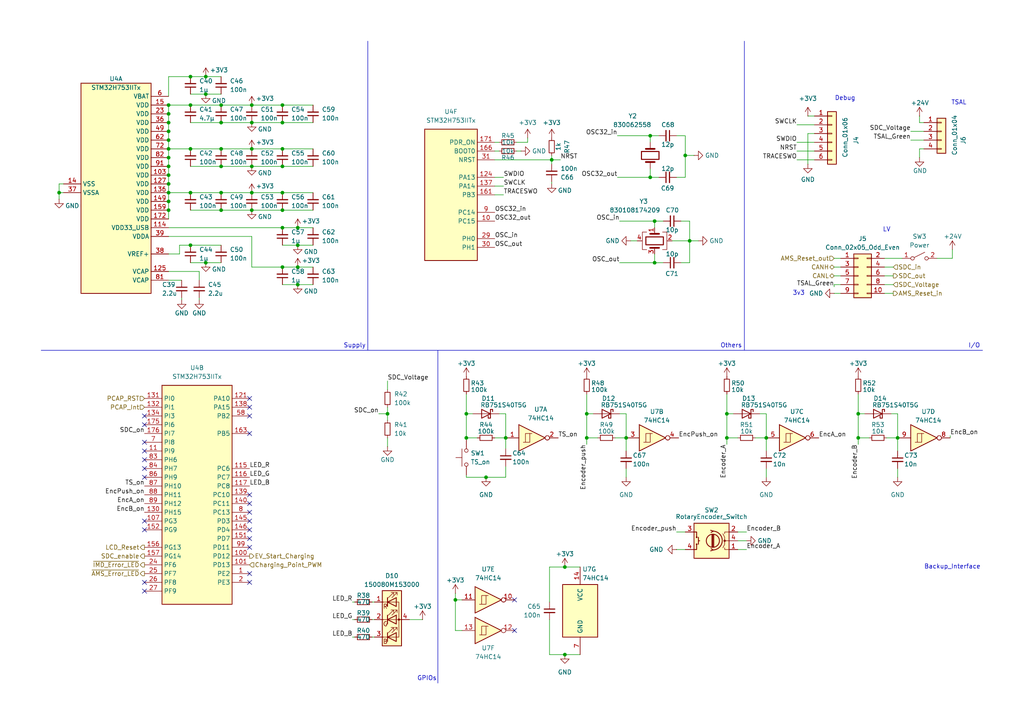
<source format=kicad_sch>
(kicad_sch
	(version 20250114)
	(generator "eeschema")
	(generator_version "9.0")
	(uuid "35b8a975-a1f8-4a47-8395-8e1ea283b386")
	(paper "A4")
	
	(text "Supply"
		(exclude_from_sim no)
		(at 102.87 100.33 0)
		(effects
			(font
				(size 1.27 1.27)
			)
		)
		(uuid "131e0615-657c-4f59-929d-0b7601842308")
	)
	(text "Backup_Interface"
		(exclude_from_sim no)
		(at 276.225 164.465 0)
		(effects
			(font
				(size 1.27 1.27)
			)
		)
		(uuid "15d77424-d13c-4f90-9f96-be8bf1adf8cc")
	)
	(text "3v3"
		(exclude_from_sim no)
		(at 229.87 85.09 0)
		(effects
			(font
				(size 1.27 1.27)
			)
			(justify left)
		)
		(uuid "364922e6-446e-413c-878a-bdcedb16435f")
	)
	(text "Debug"
		(exclude_from_sim no)
		(at 245.11 28.575 0)
		(effects
			(font
				(size 1.27 1.27)
			)
		)
		(uuid "79c5fecb-7e44-4b5c-b26a-b9a1ead8d6a7")
	)
	(text "GPIOs"
		(exclude_from_sim no)
		(at 123.825 196.85 0)
		(effects
			(font
				(size 1.27 1.27)
			)
		)
		(uuid "874e0f0d-b925-486e-858d-0f71e7baf11c")
	)
	(text "Others"
		(exclude_from_sim no)
		(at 212.09 100.33 0)
		(effects
			(font
				(size 1.27 1.27)
			)
		)
		(uuid "8c39beda-3239-4b4d-a394-cb66f7a7e4ef")
	)
	(text "LV"
		(exclude_from_sim no)
		(at 257.175 66.675 0)
		(effects
			(font
				(size 1.27 1.27)
			)
		)
		(uuid "8e72c987-571c-4fd1-98e2-d688bb9b9a23")
	)
	(text "TSAL"
		(exclude_from_sim no)
		(at 278.13 29.845 0)
		(effects
			(font
				(size 1.27 1.27)
			)
		)
		(uuid "b0e08e63-728e-465b-a9bb-a2354a70eaa5")
	)
	(text "I/O"
		(exclude_from_sim no)
		(at 282.575 100.33 0)
		(effects
			(font
				(size 1.27 1.27)
			)
		)
		(uuid "f89b8e88-7ad7-41ce-a0a0-f0fc435a26ef")
	)
	(junction
		(at 210.82 127)
		(diameter 0)
		(color 0 0 0 0)
		(uuid "03054f2e-9208-4716-83d7-1967059eae49")
	)
	(junction
		(at 170.18 120.015)
		(diameter 0)
		(color 0 0 0 0)
		(uuid "04edc9c4-6ba3-413b-80a1-5be3abfb178c")
	)
	(junction
		(at 48.895 58.42)
		(diameter 0)
		(color 0 0 0 0)
		(uuid "0639ff6d-0fa4-4a92-9101-ae69b2e89fd2")
	)
	(junction
		(at 135.255 127)
		(diameter 0)
		(color 0 0 0 0)
		(uuid "0da62957-c2c4-4942-91bd-ffb8d4251c5e")
	)
	(junction
		(at 59.69 22.225)
		(diameter 0)
		(color 0 0 0 0)
		(uuid "0fb52946-5285-4acc-80fc-8023aaa28b8f")
	)
	(junction
		(at 55.245 30.48)
		(diameter 0)
		(color 0 0 0 0)
		(uuid "1277a601-4d5f-42fb-a0c5-a1f18ba0016e")
	)
	(junction
		(at 260.35 127)
		(diameter 0)
		(color 0 0 0 0)
		(uuid "1ec9d057-6b69-4bff-b2f9-d0b216a47459")
	)
	(junction
		(at 181.61 127)
		(diameter 0)
		(color 0 0 0 0)
		(uuid "1fbd7fc5-8c6d-4ada-afcb-22c60ceb9e34")
	)
	(junction
		(at 132.08 173.99)
		(diameter 0)
		(color 0 0 0 0)
		(uuid "2372f2f0-8b6b-4ba0-8156-48184e2d7c4f")
	)
	(junction
		(at 163.83 164.465)
		(diameter 0)
		(color 0 0 0 0)
		(uuid "32af624e-2218-4443-87a1-2186e9d667d8")
	)
	(junction
		(at 248.92 120.015)
		(diameter 0)
		(color 0 0 0 0)
		(uuid "37d9dbe4-82b9-4615-805a-2f19a542c56e")
	)
	(junction
		(at 170.18 127)
		(diameter 0)
		(color 0 0 0 0)
		(uuid "384fafa7-2dc2-475f-b12a-20aa52e1d930")
	)
	(junction
		(at 112.395 120.015)
		(diameter 0)
		(color 0 0 0 0)
		(uuid "38d409b5-2312-4643-b1fc-fd0131fce598")
	)
	(junction
		(at 55.245 55.88)
		(diameter 0)
		(color 0 0 0 0)
		(uuid "3a44a5b6-35e6-477b-bf34-724cef99df7e")
	)
	(junction
		(at 48.895 30.48)
		(diameter 0)
		(color 0 0 0 0)
		(uuid "3b2e415b-e57a-4f5e-b680-987d6e0ee75d")
	)
	(junction
		(at 64.135 43.18)
		(diameter 0)
		(color 0 0 0 0)
		(uuid "412c5816-2822-46ca-a32f-61cb431bfe1e")
	)
	(junction
		(at 48.895 33.02)
		(diameter 0)
		(color 0 0 0 0)
		(uuid "430d2d22-0f07-45e6-a066-ebb18e98b45d")
	)
	(junction
		(at 81.915 77.47)
		(diameter 0)
		(color 0 0 0 0)
		(uuid "432f5d77-435d-4ec6-8d84-c3578eca972e")
	)
	(junction
		(at 73.025 48.26)
		(diameter 0)
		(color 0 0 0 0)
		(uuid "43f5a8a8-38be-4f74-81aa-71bbc42e5709")
	)
	(junction
		(at 248.92 127)
		(diameter 0)
		(color 0 0 0 0)
		(uuid "46587df5-c4cb-464f-b081-46b2e985f2df")
	)
	(junction
		(at 86.36 82.55)
		(diameter 0)
		(color 0 0 0 0)
		(uuid "4904ae19-57ee-4766-a793-026af6184969")
	)
	(junction
		(at 48.895 55.88)
		(diameter 0)
		(color 0 0 0 0)
		(uuid "4a33e8c1-b15f-4db0-b29d-1dd2148aad9a")
	)
	(junction
		(at 73.025 55.88)
		(diameter 0)
		(color 0 0 0 0)
		(uuid "4bd9b2ee-526d-4e54-8543-852c7a6f1074")
	)
	(junction
		(at 48.895 38.1)
		(diameter 0)
		(color 0 0 0 0)
		(uuid "4bef900f-dc66-42af-b560-e8cc8d6a6bce")
	)
	(junction
		(at 48.895 35.56)
		(diameter 0)
		(color 0 0 0 0)
		(uuid "4c2b925c-0792-420d-8f18-1f562d9b6ba2")
	)
	(junction
		(at 86.36 71.12)
		(diameter 0)
		(color 0 0 0 0)
		(uuid "4ff38491-b732-4bec-930a-4ca407ceb858")
	)
	(junction
		(at 198.755 45.085)
		(diameter 0)
		(color 0 0 0 0)
		(uuid "556ed635-fced-44e3-845c-f708c990d149")
	)
	(junction
		(at 163.83 189.865)
		(diameter 0)
		(color 0 0 0 0)
		(uuid "57546ade-761b-45ef-9890-daec7eb5d082")
	)
	(junction
		(at 81.915 66.04)
		(diameter 0)
		(color 0 0 0 0)
		(uuid "58f143f7-5a5b-4ff8-89cf-03a63964eb53")
	)
	(junction
		(at 189.865 64.135)
		(diameter 0)
		(color 0 0 0 0)
		(uuid "592f8bd9-4310-4fe4-b840-3718d5a08ff0")
	)
	(junction
		(at 73.025 35.56)
		(diameter 0)
		(color 0 0 0 0)
		(uuid "5a46c399-0f9f-4049-86b9-32bfb792b0a4")
	)
	(junction
		(at 55.245 22.225)
		(diameter 0)
		(color 0 0 0 0)
		(uuid "5ee7831a-b9cd-4699-8b90-ccd7a33a516a")
	)
	(junction
		(at 81.915 60.96)
		(diameter 0)
		(color 0 0 0 0)
		(uuid "62af3ba4-2380-4137-9c4c-8f703fa148db")
	)
	(junction
		(at 222.25 127)
		(diameter 0)
		(color 0 0 0 0)
		(uuid "68357784-7318-43f3-becd-152fcf669e7d")
	)
	(junction
		(at 73.025 30.48)
		(diameter 0)
		(color 0 0 0 0)
		(uuid "6b4ae941-68bd-4806-b564-6051c3e374f6")
	)
	(junction
		(at 48.895 45.72)
		(diameter 0)
		(color 0 0 0 0)
		(uuid "6e7d6e8b-008e-46f2-97bf-300e301fcdc5")
	)
	(junction
		(at 59.69 27.305)
		(diameter 0)
		(color 0 0 0 0)
		(uuid "84972f59-b0b8-441f-aae9-7917b0ac015f")
	)
	(junction
		(at 73.025 43.18)
		(diameter 0)
		(color 0 0 0 0)
		(uuid "84d185bd-171c-460f-91bf-66aa757880e7")
	)
	(junction
		(at 64.135 35.56)
		(diameter 0)
		(color 0 0 0 0)
		(uuid "8a3e42ba-433e-476e-bec8-923cd84f46fb")
	)
	(junction
		(at 48.895 50.8)
		(diameter 0)
		(color 0 0 0 0)
		(uuid "93864b3d-3224-4702-bf3d-2ed04340069c")
	)
	(junction
		(at 86.36 77.47)
		(diameter 0)
		(color 0 0 0 0)
		(uuid "9e0818cf-2913-43d0-81ad-5fd7c6a3ddb1")
	)
	(junction
		(at 140.97 138.43)
		(diameter 0)
		(color 0 0 0 0)
		(uuid "a2af58c6-5f1e-4b3e-b0c0-12a279005486")
	)
	(junction
		(at 64.135 48.26)
		(diameter 0)
		(color 0 0 0 0)
		(uuid "a8da62c7-b5b2-4a05-8568-ce944b258201")
	)
	(junction
		(at 189.865 76.2)
		(diameter 0)
		(color 0 0 0 0)
		(uuid "ac9f37a4-8446-4a5b-a6ff-9f608799a097")
	)
	(junction
		(at 48.895 48.26)
		(diameter 0)
		(color 0 0 0 0)
		(uuid "b510fd1a-117a-465f-a751-9a561bd2ac96")
	)
	(junction
		(at 48.895 40.64)
		(diameter 0)
		(color 0 0 0 0)
		(uuid "b530e2a2-741c-4c76-ace0-7d60e6d206ce")
	)
	(junction
		(at 135.255 120.015)
		(diameter 0)
		(color 0 0 0 0)
		(uuid "b5323042-cbc4-4c6d-8b55-da362d9db400")
	)
	(junction
		(at 81.915 55.88)
		(diameter 0)
		(color 0 0 0 0)
		(uuid "bca7b570-75fa-40a7-a5dd-b415eee9e6fa")
	)
	(junction
		(at 81.915 48.26)
		(diameter 0)
		(color 0 0 0 0)
		(uuid "bcf0274b-9b82-4ddd-b442-da13a9d22e46")
	)
	(junction
		(at 55.245 71.12)
		(diameter 0)
		(color 0 0 0 0)
		(uuid "bdeb1722-eb35-4647-a7e0-350ed2e01785")
	)
	(junction
		(at 200.025 69.85)
		(diameter 0)
		(color 0 0 0 0)
		(uuid "c2234057-b903-484a-a2e3-a32a8859901c")
	)
	(junction
		(at 73.025 60.96)
		(diameter 0)
		(color 0 0 0 0)
		(uuid "c55b6c0a-705b-4ad7-afc8-beda683bc62e")
	)
	(junction
		(at 55.245 43.18)
		(diameter 0)
		(color 0 0 0 0)
		(uuid "ced6b67c-b589-447b-b173-eb3d5278bd77")
	)
	(junction
		(at 86.36 66.04)
		(diameter 0)
		(color 0 0 0 0)
		(uuid "ceeeb9fd-c3cf-438c-9822-df85739f3524")
	)
	(junction
		(at 160.02 46.355)
		(diameter 0)
		(color 0 0 0 0)
		(uuid "d01fb329-49c1-4312-9a86-8c2522e92a75")
	)
	(junction
		(at 188.595 51.435)
		(diameter 0)
		(color 0 0 0 0)
		(uuid "d62f36d0-5342-483c-96b2-d979dd1cfd28")
	)
	(junction
		(at 188.595 39.37)
		(diameter 0)
		(color 0 0 0 0)
		(uuid "d7b6fc6c-855c-4ad5-b8db-ffb1631d4d8e")
	)
	(junction
		(at 17.145 55.88)
		(diameter 0)
		(color 0 0 0 0)
		(uuid "da4a391a-8756-4bbe-ad5d-6a5d7cc0698f")
	)
	(junction
		(at 59.69 76.2)
		(diameter 0)
		(color 0 0 0 0)
		(uuid "dc976682-daa7-427b-b632-e4e6f1b2f4a5")
	)
	(junction
		(at 146.685 127)
		(diameter 0)
		(color 0 0 0 0)
		(uuid "ddd035ed-81df-49e3-9245-82755440f4a5")
	)
	(junction
		(at 48.895 53.34)
		(diameter 0)
		(color 0 0 0 0)
		(uuid "e0d34c7c-a2c8-4d45-a4be-7edc074c7759")
	)
	(junction
		(at 210.82 120.015)
		(diameter 0)
		(color 0 0 0 0)
		(uuid "e28988d6-1ee7-4e20-9f02-35f81af9ff26")
	)
	(junction
		(at 81.915 30.48)
		(diameter 0)
		(color 0 0 0 0)
		(uuid "e6ae9a3e-d48c-4e18-9235-74fe81b4c978")
	)
	(junction
		(at 48.895 60.96)
		(diameter 0)
		(color 0 0 0 0)
		(uuid "eea696d1-0980-4f7d-9ba9-1ff3dcb2b606")
	)
	(junction
		(at 64.135 55.88)
		(diameter 0)
		(color 0 0 0 0)
		(uuid "f3f74bf6-10b1-4218-bfb6-61ef3118c054")
	)
	(junction
		(at 64.135 60.96)
		(diameter 0)
		(color 0 0 0 0)
		(uuid "f5150f2b-4683-49e5-a470-3066104142ee")
	)
	(junction
		(at 48.895 43.18)
		(diameter 0)
		(color 0 0 0 0)
		(uuid "f5abb69e-3023-40b6-8c88-ffed31815111")
	)
	(junction
		(at 64.135 30.48)
		(diameter 0)
		(color 0 0 0 0)
		(uuid "f71381d7-d154-4117-8ffa-0d9e641e8953")
	)
	(junction
		(at 81.915 43.18)
		(diameter 0)
		(color 0 0 0 0)
		(uuid "fa07ce36-60e8-4ebb-8b80-5cc0f863054d")
	)
	(junction
		(at 81.915 35.56)
		(diameter 0)
		(color 0 0 0 0)
		(uuid "fea021c6-6169-4cbd-bd9b-0c0e6e7bdfc0")
	)
	(no_connect
		(at 72.39 153.67)
		(uuid "0979849e-710e-47b6-86d7-e9c688b9aa11")
	)
	(no_connect
		(at 72.39 143.51)
		(uuid "13083978-a433-486d-9ce7-3968dc7190da")
	)
	(no_connect
		(at 41.91 123.19)
		(uuid "146ce1fc-bec7-4dc3-ab48-bc46d796fe51")
	)
	(no_connect
		(at 72.39 166.37)
		(uuid "184e0b37-2f9c-4056-97b4-ef1a017e4ee4")
	)
	(no_connect
		(at 41.91 168.91)
		(uuid "1ab33352-5df0-41d3-8a2b-70622302d93e")
	)
	(no_connect
		(at 72.39 168.91)
		(uuid "280c6123-36ed-4032-a8fb-23625e9cbf40")
	)
	(no_connect
		(at 149.225 182.88)
		(uuid "29403ca2-cc18-4015-b634-200487c369b9")
	)
	(no_connect
		(at 72.39 118.11)
		(uuid "3071b2a9-834c-4d88-bf39-2726c506937e")
	)
	(no_connect
		(at 72.39 156.21)
		(uuid "4f5fb956-ecd3-4e6a-b104-4f11672ec02d")
	)
	(no_connect
		(at 72.39 115.57)
		(uuid "554342c8-e8a6-401a-9844-51d2683b8c11")
	)
	(no_connect
		(at 72.39 148.59)
		(uuid "56d7413a-87a1-4ad6-8dbd-0da9468a8192")
	)
	(no_connect
		(at 41.91 153.67)
		(uuid "5cb0fac4-5588-43dd-a51e-c4f003bc7824")
	)
	(no_connect
		(at 41.91 171.45)
		(uuid "7e0e686d-2fb2-4695-9b96-f6d8257bde24")
	)
	(no_connect
		(at 149.225 173.99)
		(uuid "8cf95af1-9033-42fe-8297-3430137568f8")
	)
	(no_connect
		(at 72.39 146.05)
		(uuid "9c567fc2-914f-47ce-9a54-4d0e0f7c77a2")
	)
	(no_connect
		(at 72.39 125.73)
		(uuid "ae028c46-c4c0-44a8-ab15-5a3221e64571")
	)
	(no_connect
		(at 41.91 120.65)
		(uuid "bf91d5ab-3192-49f6-a0f3-cb8a4dc750a6")
	)
	(no_connect
		(at 41.91 138.43)
		(uuid "c17d3ccd-81ba-4fdd-af5d-4cffde13a405")
	)
	(no_connect
		(at 41.91 133.35)
		(uuid "c2dec42b-d8b6-4fba-8ad8-3058ad41867c")
	)
	(no_connect
		(at 41.91 130.81)
		(uuid "cb35255e-15c1-4414-bab0-36e7e6123437")
	)
	(no_connect
		(at 72.39 120.65)
		(uuid "cf225bd0-a812-4259-9c6d-76bce07b2df2")
	)
	(no_connect
		(at 41.91 135.89)
		(uuid "cf870591-39f4-4cb8-9b41-ec579bc32917")
	)
	(no_connect
		(at 41.91 151.13)
		(uuid "d187bd36-9147-40e9-9890-05ffb8be5838")
	)
	(no_connect
		(at 72.39 151.13)
		(uuid "d5239edf-0fe6-4ff8-9543-8df84bbc6dc6")
	)
	(no_connect
		(at 41.91 128.27)
		(uuid "d944d886-a214-438d-bf39-c2249697a1c3")
	)
	(no_connect
		(at 72.39 158.75)
		(uuid "e38f9f38-fab1-4a5d-8735-35ab6dacc3c2")
	)
	(wire
		(pts
			(xy 17.145 53.34) (xy 17.145 55.88)
		)
		(stroke
			(width 0)
			(type default)
		)
		(uuid "032e93c1-425f-4fcb-aba6-03ae1c74082b")
	)
	(wire
		(pts
			(xy 48.895 48.26) (xy 48.895 50.8)
		)
		(stroke
			(width 0)
			(type default)
		)
		(uuid "04debeef-549a-4c39-927b-69f1f0139e70")
	)
	(wire
		(pts
			(xy 102.235 184.785) (xy 102.87 184.785)
		)
		(stroke
			(width 0)
			(type default)
		)
		(uuid "05c2eb4c-a567-4a7b-9a8b-6cba89516905")
	)
	(wire
		(pts
			(xy 163.83 164.465) (xy 159.385 164.465)
		)
		(stroke
			(width 0)
			(type default)
		)
		(uuid "07a82d9a-9ca8-4d08-8726-f180541b7083")
	)
	(wire
		(pts
			(xy 81.915 82.55) (xy 86.36 82.55)
		)
		(stroke
			(width 0)
			(type default)
		)
		(uuid "0897e0f0-120b-400e-bb14-897e40e7b02d")
	)
	(wire
		(pts
			(xy 48.895 43.18) (xy 48.895 45.72)
		)
		(stroke
			(width 0)
			(type default)
		)
		(uuid "097118d6-edc8-4348-b70f-10344c435092")
	)
	(wire
		(pts
			(xy 276.225 74.93) (xy 271.78 74.93)
		)
		(stroke
			(width 0)
			(type default)
		)
		(uuid "0abfaed6-42e2-4ebd-ac06-07b93585aba9")
	)
	(wire
		(pts
			(xy 210.82 127) (xy 210.82 120.015)
		)
		(stroke
			(width 0)
			(type default)
		)
		(uuid "0acb257e-2494-4ba3-9e68-77f675c74b58")
	)
	(wire
		(pts
			(xy 132.08 173.99) (xy 133.985 173.99)
		)
		(stroke
			(width 0)
			(type default)
		)
		(uuid "0c12a21c-7010-4ff8-acfb-f02a5c09dbb8")
	)
	(wire
		(pts
			(xy 198.755 39.37) (xy 196.215 39.37)
		)
		(stroke
			(width 0)
			(type default)
		)
		(uuid "0f6e8366-0d81-4da7-9f30-62173a06d853")
	)
	(wire
		(pts
			(xy 179.07 51.435) (xy 188.595 51.435)
		)
		(stroke
			(width 0)
			(type default)
		)
		(uuid "0f761e8c-44a9-43ba-8303-ba52fba04da2")
	)
	(wire
		(pts
			(xy 81.915 30.48) (xy 90.805 30.48)
		)
		(stroke
			(width 0)
			(type default)
		)
		(uuid "0fa1f5e0-0ffe-4f7d-bf74-e541cdb35448")
	)
	(wire
		(pts
			(xy 55.245 27.305) (xy 59.69 27.305)
		)
		(stroke
			(width 0)
			(type default)
		)
		(uuid "104524c5-4e85-46bb-8fcf-6e42d9b60b65")
	)
	(wire
		(pts
			(xy 196.215 154.305) (xy 198.755 154.305)
		)
		(stroke
			(width 0)
			(type default)
		)
		(uuid "10bcdded-64db-4cbe-937c-70873d7cfb8e")
	)
	(wire
		(pts
			(xy 188.595 48.895) (xy 188.595 51.435)
		)
		(stroke
			(width 0)
			(type default)
		)
		(uuid "11e88f10-3504-432d-b8ed-d3a2e1236c08")
	)
	(wire
		(pts
			(xy 159.385 179.705) (xy 159.385 189.865)
		)
		(stroke
			(width 0)
			(type default)
		)
		(uuid "12993ed2-1dc1-4d0e-86ff-959c1d8c40f6")
	)
	(wire
		(pts
			(xy 191.135 39.37) (xy 188.595 39.37)
		)
		(stroke
			(width 0)
			(type default)
		)
		(uuid "13465972-5b15-4360-a8d8-10dafd7f715f")
	)
	(wire
		(pts
			(xy 48.895 78.74) (xy 57.785 78.74)
		)
		(stroke
			(width 0)
			(type default)
		)
		(uuid "148b4878-4176-450e-a5d5-e6bfe383516f")
	)
	(wire
		(pts
			(xy 276.225 72.39) (xy 276.225 74.93)
		)
		(stroke
			(width 0)
			(type default)
		)
		(uuid "149f6158-2d55-4904-9005-6a7af8f5b0bd")
	)
	(wire
		(pts
			(xy 48.895 68.58) (xy 73.025 68.58)
		)
		(stroke
			(width 0)
			(type default)
		)
		(uuid "17aaff2b-efe1-44db-8c2b-80df99259895")
	)
	(wire
		(pts
			(xy 266.7 45.72) (xy 266.7 43.18)
		)
		(stroke
			(width 0)
			(type default)
		)
		(uuid "17af4a42-5d6e-4b1d-a623-823e298f89ff")
	)
	(wire
		(pts
			(xy 248.92 127) (xy 248.92 120.015)
		)
		(stroke
			(width 0)
			(type default)
		)
		(uuid "189cc12e-17f9-4ac7-a5e3-046d825e6b14")
	)
	(wire
		(pts
			(xy 86.36 66.04) (xy 90.805 66.04)
		)
		(stroke
			(width 0)
			(type default)
		)
		(uuid "1a1d5fa7-6a93-453f-bf03-bdc034a2e77b")
	)
	(wire
		(pts
			(xy 81.915 55.88) (xy 90.805 55.88)
		)
		(stroke
			(width 0)
			(type default)
		)
		(uuid "1c4dff5e-c946-4edf-b17e-21144a60469e")
	)
	(wire
		(pts
			(xy 241.935 77.47) (xy 243.84 77.47)
		)
		(stroke
			(width 0)
			(type default)
		)
		(uuid "1d2e0e02-2515-4d66-aeb3-65162d89a3f4")
	)
	(wire
		(pts
			(xy 153.035 41.275) (xy 149.86 41.275)
		)
		(stroke
			(width 0)
			(type default)
		)
		(uuid "1f04f8da-308f-4d4b-b645-ba6a9e3ab5d0")
	)
	(wire
		(pts
			(xy 64.135 30.48) (xy 73.025 30.48)
		)
		(stroke
			(width 0)
			(type default)
		)
		(uuid "1faf3668-c96e-4421-a896-b7c77f08f668")
	)
	(wire
		(pts
			(xy 48.895 81.28) (xy 52.705 81.28)
		)
		(stroke
			(width 0)
			(type default)
		)
		(uuid "1ffb5664-1168-4c3c-85d6-4fdbdf0c4e6e")
	)
	(wire
		(pts
			(xy 264.16 38.1) (xy 267.97 38.1)
		)
		(stroke
			(width 0)
			(type default)
		)
		(uuid "24d23fd4-dde8-468b-82b9-b8390fc82a84")
	)
	(wire
		(pts
			(xy 135.255 120.015) (xy 135.255 114.3)
		)
		(stroke
			(width 0)
			(type default)
		)
		(uuid "24dd2109-d885-4f25-9b95-438c9c83cf53")
	)
	(wire
		(pts
			(xy 179.705 76.2) (xy 189.865 76.2)
		)
		(stroke
			(width 0)
			(type default)
		)
		(uuid "253dfb7b-e994-492e-9366-0b579cd2b921")
	)
	(wire
		(pts
			(xy 143.51 56.515) (xy 146.05 56.515)
		)
		(stroke
			(width 0)
			(type default)
		)
		(uuid "2648ca35-0d3b-41fc-a0c7-4426c47646af")
	)
	(wire
		(pts
			(xy 178.435 127) (xy 181.61 127)
		)
		(stroke
			(width 0)
			(type default)
		)
		(uuid "2648ed24-8d46-4019-81af-59cb3d3be6ef")
	)
	(wire
		(pts
			(xy 160.02 45.085) (xy 160.02 46.355)
		)
		(stroke
			(width 0)
			(type default)
		)
		(uuid "26c33951-823a-4537-8b37-6d067360a301")
	)
	(wire
		(pts
			(xy 181.61 127) (xy 181.61 130.81)
		)
		(stroke
			(width 0)
			(type default)
		)
		(uuid "2cdd5f51-0d96-4792-81bb-d51b64b09cb3")
	)
	(wire
		(pts
			(xy 48.895 22.225) (xy 55.245 22.225)
		)
		(stroke
			(width 0)
			(type default)
		)
		(uuid "309416c5-01a5-479d-b151-4aa15c679aae")
	)
	(wire
		(pts
			(xy 73.025 77.47) (xy 81.915 77.47)
		)
		(stroke
			(width 0)
			(type default)
		)
		(uuid "310b3c16-f636-42e3-92d9-8323bba36848")
	)
	(wire
		(pts
			(xy 64.135 35.56) (xy 73.025 35.56)
		)
		(stroke
			(width 0)
			(type default)
		)
		(uuid "330ea2aa-85e8-4ceb-99f4-7100f8ce0417")
	)
	(wire
		(pts
			(xy 160.02 46.355) (xy 162.56 46.355)
		)
		(stroke
			(width 0)
			(type default)
		)
		(uuid "347806f3-c012-4e14-b373-8933bd8734e0")
	)
	(wire
		(pts
			(xy 59.69 22.225) (xy 64.135 22.225)
		)
		(stroke
			(width 0)
			(type default)
		)
		(uuid "36718045-fcd1-41c9-be9f-27d2b1210fea")
	)
	(wire
		(pts
			(xy 64.135 55.88) (xy 73.025 55.88)
		)
		(stroke
			(width 0)
			(type default)
		)
		(uuid "36d2f170-42d7-42b6-bedf-1e807c2cdfa4")
	)
	(wire
		(pts
			(xy 132.08 182.88) (xy 133.985 182.88)
		)
		(stroke
			(width 0)
			(type default)
		)
		(uuid "37e53374-fbe2-4c94-9df6-af2d252aceb1")
	)
	(wire
		(pts
			(xy 212.725 120.015) (xy 210.82 120.015)
		)
		(stroke
			(width 0)
			(type default)
		)
		(uuid "3d2600c5-4b7c-4f1d-afa3-11b5c6dcb5c5")
	)
	(wire
		(pts
			(xy 48.895 40.64) (xy 48.895 43.18)
		)
		(stroke
			(width 0)
			(type default)
		)
		(uuid "3ef07bc0-0d1b-4958-a3ce-4224cfe09f5c")
	)
	(wire
		(pts
			(xy 143.51 43.815) (xy 144.78 43.815)
		)
		(stroke
			(width 0)
			(type default)
		)
		(uuid "403943a3-7606-4350-b9f9-7a83a426e950")
	)
	(wire
		(pts
			(xy 55.245 71.12) (xy 64.135 71.12)
		)
		(stroke
			(width 0)
			(type default)
		)
		(uuid "41a4017a-ed14-481c-94d2-358f975fdabf")
	)
	(wire
		(pts
			(xy 146.685 135.255) (xy 146.685 138.43)
		)
		(stroke
			(width 0)
			(type default)
		)
		(uuid "42a6c1c1-0bec-4a64-ba97-022485632b2c")
	)
	(wire
		(pts
			(xy 196.215 159.385) (xy 198.755 159.385)
		)
		(stroke
			(width 0)
			(type default)
		)
		(uuid "45efd4b5-380f-4cd4-904f-cf4fa9f9daec")
	)
	(wire
		(pts
			(xy 86.36 77.47) (xy 90.805 77.47)
		)
		(stroke
			(width 0)
			(type default)
		)
		(uuid "4744999c-668b-4ef7-aadc-3605c6b773bc")
	)
	(wire
		(pts
			(xy 181.61 120.015) (xy 179.705 120.015)
		)
		(stroke
			(width 0)
			(type default)
		)
		(uuid "49c65d79-8bc2-442d-ab86-201154fc87cc")
	)
	(wire
		(pts
			(xy 241.935 82.55) (xy 243.84 82.55)
		)
		(stroke
			(width 0)
			(type default)
		)
		(uuid "4a8c75fc-97c8-4a4c-ae30-d2dd3740701b")
	)
	(wire
		(pts
			(xy 81.915 66.04) (xy 86.36 66.04)
		)
		(stroke
			(width 0)
			(type default)
		)
		(uuid "4b920d01-933a-491c-99e7-03b14beb823a")
	)
	(wire
		(pts
			(xy 18.415 55.88) (xy 17.145 55.88)
		)
		(stroke
			(width 0)
			(type default)
		)
		(uuid "4d5c3bc0-56ca-42fc-9e4b-f425c7170797")
	)
	(wire
		(pts
			(xy 52.07 73.66) (xy 52.07 71.12)
		)
		(stroke
			(width 0)
			(type default)
		)
		(uuid "50907a1c-ae3b-4cb2-8b1f-a2bbd698e6e7")
	)
	(wire
		(pts
			(xy 198.755 45.085) (xy 198.755 39.37)
		)
		(stroke
			(width 0)
			(type default)
		)
		(uuid "50b98742-cad0-4c19-a7a0-a62a29ac5fcc")
	)
	(wire
		(pts
			(xy 222.25 120.015) (xy 220.345 120.015)
		)
		(stroke
			(width 0)
			(type default)
		)
		(uuid "5191c369-027d-4092-b2b8-93d2603c665e")
	)
	(wire
		(pts
			(xy 260.35 135.89) (xy 260.35 138.43)
		)
		(stroke
			(width 0)
			(type default)
		)
		(uuid "5248ae66-747b-402d-b1e1-3923ddbceb53")
	)
	(wire
		(pts
			(xy 112.395 129.54) (xy 112.395 127)
		)
		(stroke
			(width 0)
			(type default)
		)
		(uuid "55392592-7026-4f7e-ac69-d16b34d6c332")
	)
	(wire
		(pts
			(xy 192.405 64.135) (xy 189.865 64.135)
		)
		(stroke
			(width 0)
			(type default)
		)
		(uuid "555e9d66-742b-4eec-a060-e02888a73929")
	)
	(wire
		(pts
			(xy 146.685 127) (xy 146.685 120.015)
		)
		(stroke
			(width 0)
			(type default)
		)
		(uuid "55cfb840-558a-4935-83f9-4eb19eacb4b8")
	)
	(wire
		(pts
			(xy 143.51 51.435) (xy 146.05 51.435)
		)
		(stroke
			(width 0)
			(type default)
		)
		(uuid "57d04a43-6d2e-4867-91ea-a8b774abf2a0")
	)
	(wire
		(pts
			(xy 189.865 64.135) (xy 189.865 66.04)
		)
		(stroke
			(width 0)
			(type default)
		)
		(uuid "5a7fb71b-fa03-4ad2-9d6d-61e0ee9e0398")
	)
	(wire
		(pts
			(xy 59.69 76.2) (xy 64.135 76.2)
		)
		(stroke
			(width 0)
			(type default)
		)
		(uuid "5aff9e20-a3fa-44e2-b265-1bacc7296e59")
	)
	(polyline
		(pts
			(xy 215.9 11.938) (xy 215.9 101.6)
		)
		(stroke
			(width 0)
			(type default)
		)
		(uuid "5d5a5bf6-27d1-48b9-96a5-b3ec58aa8e29")
	)
	(wire
		(pts
			(xy 160.02 47.625) (xy 160.02 46.355)
		)
		(stroke
			(width 0)
			(type default)
		)
		(uuid "60b71a6b-1157-4946-bc97-0a3329be562e")
	)
	(wire
		(pts
			(xy 163.83 189.865) (xy 168.275 189.865)
		)
		(stroke
			(width 0)
			(type default)
		)
		(uuid "6135ec72-54f1-443e-a5b5-c37342bd387e")
	)
	(wire
		(pts
			(xy 107.95 179.705) (xy 108.585 179.705)
		)
		(stroke
			(width 0)
			(type default)
		)
		(uuid "62b842d4-cccf-48c1-93fb-672495a4281c")
	)
	(wire
		(pts
			(xy 73.025 30.48) (xy 81.915 30.48)
		)
		(stroke
			(width 0)
			(type default)
		)
		(uuid "6303d52b-100d-46f3-a928-30836b82f1cc")
	)
	(wire
		(pts
			(xy 81.915 48.26) (xy 90.805 48.26)
		)
		(stroke
			(width 0)
			(type default)
		)
		(uuid "6396b971-f44f-406f-9e4e-0613cb6bf000")
	)
	(wire
		(pts
			(xy 135.255 127.635) (xy 135.255 127)
		)
		(stroke
			(width 0)
			(type default)
		)
		(uuid "64e3a189-c1ad-459d-995d-a0035f523f27")
	)
	(wire
		(pts
			(xy 112.395 120.015) (xy 109.855 120.015)
		)
		(stroke
			(width 0)
			(type default)
		)
		(uuid "6625ace8-7df0-49fe-be18-552f69797353")
	)
	(wire
		(pts
			(xy 55.245 35.56) (xy 64.135 35.56)
		)
		(stroke
			(width 0)
			(type default)
		)
		(uuid "6806237e-7ade-4701-8b03-154f1dcd585d")
	)
	(wire
		(pts
			(xy 48.895 55.88) (xy 48.895 58.42)
		)
		(stroke
			(width 0)
			(type default)
		)
		(uuid "6a586c9f-68a8-4812-82a9-a5e31d2a3515")
	)
	(wire
		(pts
			(xy 170.18 127) (xy 170.18 120.015)
		)
		(stroke
			(width 0)
			(type default)
		)
		(uuid "6be6246e-4199-4714-be23-b158dcd26c83")
	)
	(wire
		(pts
			(xy 170.18 120.015) (xy 170.18 114.3)
		)
		(stroke
			(width 0)
			(type default)
		)
		(uuid "6d08ff60-dd10-45f6-8a05-095ee98a5730")
	)
	(wire
		(pts
			(xy 118.745 179.705) (xy 122.555 179.705)
		)
		(stroke
			(width 0)
			(type default)
		)
		(uuid "6d45df03-d4db-468d-b940-85424d61490f")
	)
	(wire
		(pts
			(xy 153.035 40.005) (xy 153.035 41.275)
		)
		(stroke
			(width 0)
			(type default)
		)
		(uuid "6d4f3bce-43e5-4382-80fd-e1bf727cadaf")
	)
	(wire
		(pts
			(xy 264.16 40.64) (xy 267.97 40.64)
		)
		(stroke
			(width 0)
			(type default)
		)
		(uuid "6e4c3d8c-0039-454c-9ed5-ebed97a25dfd")
	)
	(wire
		(pts
			(xy 200.025 76.2) (xy 200.025 69.85)
		)
		(stroke
			(width 0)
			(type default)
		)
		(uuid "6e65cf2f-79a8-42d3-a1d9-dc3348bdfd63")
	)
	(wire
		(pts
			(xy 260.35 127) (xy 260.35 130.81)
		)
		(stroke
			(width 0)
			(type default)
		)
		(uuid "6ef6778b-bc85-4d70-ac90-14af113f39b0")
	)
	(wire
		(pts
			(xy 234.315 38.735) (xy 236.22 38.735)
		)
		(stroke
			(width 0)
			(type default)
		)
		(uuid "6f73b510-add9-447a-a656-606690f47875")
	)
	(wire
		(pts
			(xy 189.865 76.2) (xy 192.405 76.2)
		)
		(stroke
			(width 0)
			(type default)
		)
		(uuid "703d9349-c8a4-4a59-8d3d-5b12a6be4b90")
	)
	(wire
		(pts
			(xy 181.61 135.89) (xy 181.61 138.43)
		)
		(stroke
			(width 0)
			(type default)
		)
		(uuid "72e34599-0c42-46a0-9c0b-77a570bf18de")
	)
	(wire
		(pts
			(xy 52.07 71.12) (xy 55.245 71.12)
		)
		(stroke
			(width 0)
			(type default)
		)
		(uuid "73b6ecd5-6c6d-4016-bd27-0a2d8d9f1dcb")
	)
	(wire
		(pts
			(xy 222.25 135.89) (xy 222.25 138.43)
		)
		(stroke
			(width 0)
			(type default)
		)
		(uuid "758d34b8-5e0c-4d3e-a8e7-0bf6f0655aa8")
	)
	(wire
		(pts
			(xy 81.915 77.47) (xy 86.36 77.47)
		)
		(stroke
			(width 0)
			(type default)
		)
		(uuid "75c1b770-6d91-48ed-b5bb-2a7474ec1302")
	)
	(wire
		(pts
			(xy 248.92 120.015) (xy 248.92 114.3)
		)
		(stroke
			(width 0)
			(type default)
		)
		(uuid "75c4b408-7bb5-4316-be8b-144dfb3a0679")
	)
	(wire
		(pts
			(xy 81.915 35.56) (xy 90.805 35.56)
		)
		(stroke
			(width 0)
			(type default)
		)
		(uuid "79b4f1a0-ad3e-42ad-8d4d-96fdacee2d98")
	)
	(wire
		(pts
			(xy 222.25 127) (xy 222.25 120.015)
		)
		(stroke
			(width 0)
			(type default)
		)
		(uuid "7a70a435-d0a5-4728-9fe3-488b103c0ff1")
	)
	(wire
		(pts
			(xy 48.895 73.66) (xy 52.07 73.66)
		)
		(stroke
			(width 0)
			(type default)
		)
		(uuid "7af938fc-d107-4e8b-b420-77fc02771c52")
	)
	(wire
		(pts
			(xy 275.59 127) (xy 275.59 126.365)
		)
		(stroke
			(width 0)
			(type default)
		)
		(uuid "7f725b4f-659d-48ef-a319-985a2cbfb908")
	)
	(wire
		(pts
			(xy 219.075 127) (xy 222.25 127)
		)
		(stroke
			(width 0)
			(type default)
		)
		(uuid "839b782e-28ab-428d-b1be-7822af7b71cb")
	)
	(wire
		(pts
			(xy 179.705 64.135) (xy 189.865 64.135)
		)
		(stroke
			(width 0)
			(type default)
		)
		(uuid "83a55d68-4ab7-4179-9354-0c5cc77b1c73")
	)
	(wire
		(pts
			(xy 64.135 48.26) (xy 73.025 48.26)
		)
		(stroke
			(width 0)
			(type default)
		)
		(uuid "84e3fdd0-3727-441e-a756-9e0c64b0f45f")
	)
	(polyline
		(pts
			(xy 106.68 11.938) (xy 106.68 101.6)
		)
		(stroke
			(width 0)
			(type default)
		)
		(uuid "84f38b85-0f5d-4a4b-80bb-696a14d4aafa")
	)
	(wire
		(pts
			(xy 140.97 138.43) (xy 146.685 138.43)
		)
		(stroke
			(width 0)
			(type default)
		)
		(uuid "86313ec9-c45c-40da-8b43-e3bfab508203")
	)
	(wire
		(pts
			(xy 248.92 127) (xy 252.095 127)
		)
		(stroke
			(width 0)
			(type default)
		)
		(uuid "86947a20-bfbb-470f-ade3-d9f6007b69ac")
	)
	(wire
		(pts
			(xy 143.51 53.975) (xy 146.05 53.975)
		)
		(stroke
			(width 0)
			(type default)
		)
		(uuid "88b8f5b6-3715-41e0-a3a8-0d0e3a6c1e02")
	)
	(wire
		(pts
			(xy 168.275 164.465) (xy 163.83 164.465)
		)
		(stroke
			(width 0)
			(type default)
		)
		(uuid "89e32d00-bc94-4885-82e0-5dd30728688e")
	)
	(wire
		(pts
			(xy 48.895 66.04) (xy 81.915 66.04)
		)
		(stroke
			(width 0)
			(type default)
		)
		(uuid "8b6d86c8-a76b-4172-a3e3-318a9ff50aa3")
	)
	(polyline
		(pts
			(xy 127 101.6) (xy 127 198.12)
		)
		(stroke
			(width 0)
			(type default)
		)
		(uuid "8bcf0b4a-6f01-4a5f-b0f5-c84531e850c3")
	)
	(wire
		(pts
			(xy 260.35 120.015) (xy 258.445 120.015)
		)
		(stroke
			(width 0)
			(type default)
		)
		(uuid "8c19e9ff-e4ef-4483-a680-8e6b2961edcb")
	)
	(wire
		(pts
			(xy 210.82 127) (xy 213.995 127)
		)
		(stroke
			(width 0)
			(type default)
		)
		(uuid "8c3414c8-1f18-4d52-9d18-92efb010e968")
	)
	(wire
		(pts
			(xy 102.235 174.625) (xy 102.87 174.625)
		)
		(stroke
			(width 0)
			(type default)
		)
		(uuid "8ebbf762-fbce-49fe-bfeb-dcdacafb24c4")
	)
	(wire
		(pts
			(xy 231.14 41.275) (xy 236.22 41.275)
		)
		(stroke
			(width 0)
			(type default)
		)
		(uuid "9010c615-b8dc-48be-91ed-68e32181e1d7")
	)
	(wire
		(pts
			(xy 189.865 73.66) (xy 189.865 76.2)
		)
		(stroke
			(width 0)
			(type default)
		)
		(uuid "901b9b2d-ac73-44b7-895b-ec05897b6639")
	)
	(wire
		(pts
			(xy 200.025 69.85) (xy 202.565 69.85)
		)
		(stroke
			(width 0)
			(type default)
		)
		(uuid "9093e411-b067-4966-8fa8-328292f3ebea")
	)
	(wire
		(pts
			(xy 48.895 53.34) (xy 48.895 55.88)
		)
		(stroke
			(width 0)
			(type default)
		)
		(uuid "90b8ebde-31c8-4847-a287-5f7fd9675ba3")
	)
	(wire
		(pts
			(xy 243.84 85.09) (xy 241.935 85.09)
		)
		(stroke
			(width 0)
			(type default)
		)
		(uuid "91741062-b740-4586-b9f4-922451ae440c")
	)
	(wire
		(pts
			(xy 170.18 128.905) (xy 170.18 127)
		)
		(stroke
			(width 0)
			(type default)
		)
		(uuid "964c4c95-0edc-42d0-810d-ad4479439d49")
	)
	(wire
		(pts
			(xy 86.36 71.12) (xy 90.805 71.12)
		)
		(stroke
			(width 0)
			(type default)
		)
		(uuid "973662df-2e27-4c95-a259-713a9d128e46")
	)
	(wire
		(pts
			(xy 159.385 164.465) (xy 159.385 174.625)
		)
		(stroke
			(width 0)
			(type default)
		)
		(uuid "978df144-cdde-4d69-8b01-c4fe7024360a")
	)
	(wire
		(pts
			(xy 188.595 51.435) (xy 191.135 51.435)
		)
		(stroke
			(width 0)
			(type default)
		)
		(uuid "97ede80a-b5b1-4149-b441-4a9a24261021")
	)
	(wire
		(pts
			(xy 17.145 55.88) (xy 17.145 57.785)
		)
		(stroke
			(width 0)
			(type default)
		)
		(uuid "98d5f97d-76ee-4339-9fcb-0aad1bffdd91")
	)
	(wire
		(pts
			(xy 266.7 33.655) (xy 266.7 35.56)
		)
		(stroke
			(width 0)
			(type default)
		)
		(uuid "9b45f6d1-d5f6-49df-b13f-a61d564c7e69")
	)
	(wire
		(pts
			(xy 200.025 69.85) (xy 194.945 69.85)
		)
		(stroke
			(width 0)
			(type default)
		)
		(uuid "9cc1ff3f-cefe-4a7e-b237-e926d6edbe05")
	)
	(wire
		(pts
			(xy 266.7 35.56) (xy 267.97 35.56)
		)
		(stroke
			(width 0)
			(type default)
		)
		(uuid "9d514266-0ddd-4350-a00d-f23dcaf52f6f")
	)
	(wire
		(pts
			(xy 241.935 83.185) (xy 241.935 82.55)
		)
		(stroke
			(width 0)
			(type default)
		)
		(uuid "9f544dbe-c4bf-4ea9-ae26-92987485c5f5")
	)
	(wire
		(pts
			(xy 48.895 45.72) (xy 48.895 48.26)
		)
		(stroke
			(width 0)
			(type default)
		)
		(uuid "9f9ae461-b89c-4786-9861-dda1960da6f7")
	)
	(wire
		(pts
			(xy 55.245 22.225) (xy 59.69 22.225)
		)
		(stroke
			(width 0)
			(type default)
		)
		(uuid "a10ab475-065e-44da-aa1e-4acd1b79678e")
	)
	(wire
		(pts
			(xy 73.025 60.96) (xy 81.915 60.96)
		)
		(stroke
			(width 0)
			(type default)
		)
		(uuid "a1794c33-030e-4353-b243-ecbb43184f8d")
	)
	(wire
		(pts
			(xy 146.685 127) (xy 146.685 130.175)
		)
		(stroke
			(width 0)
			(type default)
		)
		(uuid "a492a2d2-690f-48ce-8b67-44ff70ef9cd0")
	)
	(wire
		(pts
			(xy 81.915 71.12) (xy 86.36 71.12)
		)
		(stroke
			(width 0)
			(type default)
		)
		(uuid "a5b56033-b81b-415f-a7ab-e84f87f8230e")
	)
	(wire
		(pts
			(xy 200.025 69.85) (xy 200.025 64.135)
		)
		(stroke
			(width 0)
			(type default)
		)
		(uuid "a5ffdd7d-d73d-4f19-a48a-67b6dccc47b4")
	)
	(wire
		(pts
			(xy 112.395 113.03) (xy 112.395 110.49)
		)
		(stroke
			(width 0)
			(type default)
		)
		(uuid "a718020f-1fd0-4ca7-bf42-8f95f5bffabc")
	)
	(wire
		(pts
			(xy 143.51 46.355) (xy 160.02 46.355)
		)
		(stroke
			(width 0)
			(type default)
		)
		(uuid "a7538366-43ba-4f57-a90e-c52e3d942daa")
	)
	(wire
		(pts
			(xy 135.255 138.43) (xy 135.255 137.795)
		)
		(stroke
			(width 0)
			(type default)
		)
		(uuid "a87a4e21-be8f-4c97-aa39-590f7357b5aa")
	)
	(wire
		(pts
			(xy 55.245 30.48) (xy 64.135 30.48)
		)
		(stroke
			(width 0)
			(type default)
		)
		(uuid "a904c53b-8e3e-4bc5-a27f-7383e8f2953d")
	)
	(wire
		(pts
			(xy 260.35 127) (xy 260.35 120.015)
		)
		(stroke
			(width 0)
			(type default)
		)
		(uuid "a9068bf5-f10c-47f0-993f-76eee5b0d4a3")
	)
	(wire
		(pts
			(xy 256.54 74.93) (xy 261.62 74.93)
		)
		(stroke
			(width 0)
			(type default)
		)
		(uuid "aa32e37b-0a16-4d8d-9d0d-b8b5ce96dcc7")
	)
	(wire
		(pts
			(xy 248.92 128.905) (xy 248.92 127)
		)
		(stroke
			(width 0)
			(type default)
		)
		(uuid "abc310cb-857c-4753-b28e-44fa907af802")
	)
	(wire
		(pts
			(xy 73.025 35.56) (xy 81.915 35.56)
		)
		(stroke
			(width 0)
			(type default)
		)
		(uuid "abd2ae2c-7f6e-41ad-b5a6-a31e8ed94f3d")
	)
	(wire
		(pts
			(xy 170.18 127) (xy 173.355 127)
		)
		(stroke
			(width 0)
			(type default)
		)
		(uuid "ac89e3fd-dd43-4a14-8ceb-8cbdca514b96")
	)
	(wire
		(pts
			(xy 55.245 55.88) (xy 64.135 55.88)
		)
		(stroke
			(width 0)
			(type default)
		)
		(uuid "ae0acb81-b15c-450b-a2ac-387ea9ab04b3")
	)
	(wire
		(pts
			(xy 48.895 43.18) (xy 55.245 43.18)
		)
		(stroke
			(width 0)
			(type default)
		)
		(uuid "aff8a17b-3015-4cf1-8e0d-8ef617a730ba")
	)
	(wire
		(pts
			(xy 198.755 45.085) (xy 201.295 45.085)
		)
		(stroke
			(width 0)
			(type default)
		)
		(uuid "b02cc84c-3b43-429e-8e86-e6e1d1ce361b")
	)
	(wire
		(pts
			(xy 48.895 30.48) (xy 48.895 33.02)
		)
		(stroke
			(width 0)
			(type default)
		)
		(uuid "b1ae31fb-1a94-46ff-a0d3-79e8bfa3c878")
	)
	(wire
		(pts
			(xy 73.025 68.58) (xy 73.025 77.47)
		)
		(stroke
			(width 0)
			(type default)
		)
		(uuid "b1dc4209-40df-4759-aea9-c51c8866f739")
	)
	(wire
		(pts
			(xy 59.69 27.305) (xy 64.135 27.305)
		)
		(stroke
			(width 0)
			(type default)
		)
		(uuid "b3d8913f-1aa7-40ac-99a2-1b72070425a2")
	)
	(wire
		(pts
			(xy 184.785 69.85) (xy 182.88 69.85)
		)
		(stroke
			(width 0)
			(type default)
		)
		(uuid "b44ddd19-f7b2-4443-823a-1c3e203348e6")
	)
	(wire
		(pts
			(xy 135.255 127) (xy 135.255 120.015)
		)
		(stroke
			(width 0)
			(type default)
		)
		(uuid "b7cba170-70ae-4972-b3c4-430afeae4177")
	)
	(wire
		(pts
			(xy 48.895 38.1) (xy 48.895 40.64)
		)
		(stroke
			(width 0)
			(type default)
		)
		(uuid "b9134148-0f84-422d-a32b-3fcf769797f7")
	)
	(wire
		(pts
			(xy 266.7 43.18) (xy 267.97 43.18)
		)
		(stroke
			(width 0)
			(type default)
		)
		(uuid "ba6006e7-4dd6-47cd-9a49-d472237f9fca")
	)
	(wire
		(pts
			(xy 172.085 120.015) (xy 170.18 120.015)
		)
		(stroke
			(width 0)
			(type default)
		)
		(uuid "baeb7b60-9c99-42da-954b-285a5d08ccdd")
	)
	(wire
		(pts
			(xy 259.08 80.01) (xy 256.54 80.01)
		)
		(stroke
			(width 0)
			(type default)
		)
		(uuid "be3e7755-9ddd-4e14-bf63-c382e9a0fa96")
	)
	(wire
		(pts
			(xy 257.175 127) (xy 260.35 127)
		)
		(stroke
			(width 0)
			(type default)
		)
		(uuid "be9589eb-4df5-4c13-b58e-20a279090754")
	)
	(wire
		(pts
			(xy 137.16 120.015) (xy 135.255 120.015)
		)
		(stroke
			(width 0)
			(type default)
		)
		(uuid "c027cedb-0ebe-43e6-a27b-7a3ebdb42a87")
	)
	(wire
		(pts
			(xy 198.755 51.435) (xy 198.755 45.085)
		)
		(stroke
			(width 0)
			(type default)
		)
		(uuid "c05031d1-c5f7-4e32-97ca-5bd564c91da7")
	)
	(wire
		(pts
			(xy 64.135 43.18) (xy 73.025 43.18)
		)
		(stroke
			(width 0)
			(type default)
		)
		(uuid "c1d25501-d3fe-4f7d-9654-beb2d3627ac7")
	)
	(polyline
		(pts
			(xy 11.938 101.6) (xy 284.988 101.6)
		)
		(stroke
			(width 0)
			(type default)
		)
		(uuid "c26f9d12-bed4-45ec-9b5b-c8deae82dbc8")
	)
	(wire
		(pts
			(xy 112.395 121.92) (xy 112.395 120.015)
		)
		(stroke
			(width 0)
			(type default)
		)
		(uuid "c31f2617-caa5-4a7d-990a-868a5a780034")
	)
	(wire
		(pts
			(xy 48.895 27.94) (xy 48.895 22.225)
		)
		(stroke
			(width 0)
			(type default)
		)
		(uuid "c3796c48-a789-4b20-a083-0e1d425deda3")
	)
	(wire
		(pts
			(xy 231.14 36.195) (xy 236.22 36.195)
		)
		(stroke
			(width 0)
			(type default)
		)
		(uuid "c4cc7595-e852-46e0-a31f-7880cd8d32d8")
	)
	(wire
		(pts
			(xy 259.08 77.47) (xy 256.54 77.47)
		)
		(stroke
			(width 0)
			(type default)
		)
		(uuid "c65c5f2c-0fbe-4cfe-bc9d-11f7ed508b7e")
	)
	(wire
		(pts
			(xy 73.025 48.26) (xy 81.915 48.26)
		)
		(stroke
			(width 0)
			(type default)
		)
		(uuid "c669eee8-cc24-42bd-ab09-308673a75537")
	)
	(wire
		(pts
			(xy 57.785 86.36) (xy 57.785 86.995)
		)
		(stroke
			(width 0)
			(type default)
		)
		(uuid "c68610c4-f28d-43f9-bfa1-f701535aa437")
	)
	(wire
		(pts
			(xy 159.385 189.865) (xy 163.83 189.865)
		)
		(stroke
			(width 0)
			(type default)
		)
		(uuid "c6ac5b37-fed8-4471-a7d6-cd08d01fc0c8")
	)
	(wire
		(pts
			(xy 188.595 39.37) (xy 188.595 41.275)
		)
		(stroke
			(width 0)
			(type default)
		)
		(uuid "c746e32e-dd45-4e64-bb62-4f908a2c0b2f")
	)
	(wire
		(pts
			(xy 216.535 154.305) (xy 213.995 154.305)
		)
		(stroke
			(width 0)
			(type default)
		)
		(uuid "c767a549-db88-4047-86e1-262e69804411")
	)
	(wire
		(pts
			(xy 48.895 33.02) (xy 48.895 35.56)
		)
		(stroke
			(width 0)
			(type default)
		)
		(uuid "c7bd5086-ca38-44f5-870f-2f752df89d1b")
	)
	(wire
		(pts
			(xy 55.245 43.18) (xy 64.135 43.18)
		)
		(stroke
			(width 0)

... [198283 chars truncated]
</source>
